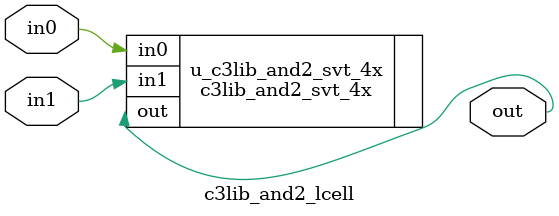
<source format=sv>

module  c3lib_and2_lcell( 

  // Functional IOs
  input  logic	in0,
  input	 logic	in1,
  output logic	out

); 

c3lib_and2_svt_4x u_c3lib_and2_svt_4x(

  .in0	( in0 ),
  .in1	( in1 ),
  .out	( out )

);

endmodule 


</source>
